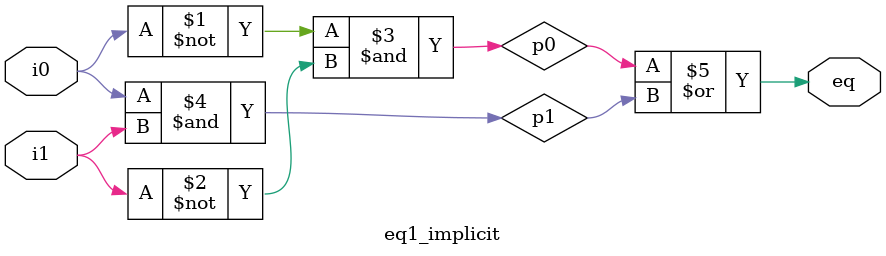
<source format=v>
module eq1_implicit
   (
    input i0, i1,  // no data type declaration
    output eq
   );

// no internal signal declaration

// product terms must be placed in front
assign p0 = ~i0 & ~i1;   //implicit declaration
assign p1 = i0 & i1;     //implicit declaration
// sum of two product terms
assign eq = p0 | p1;

endmodule
</source>
